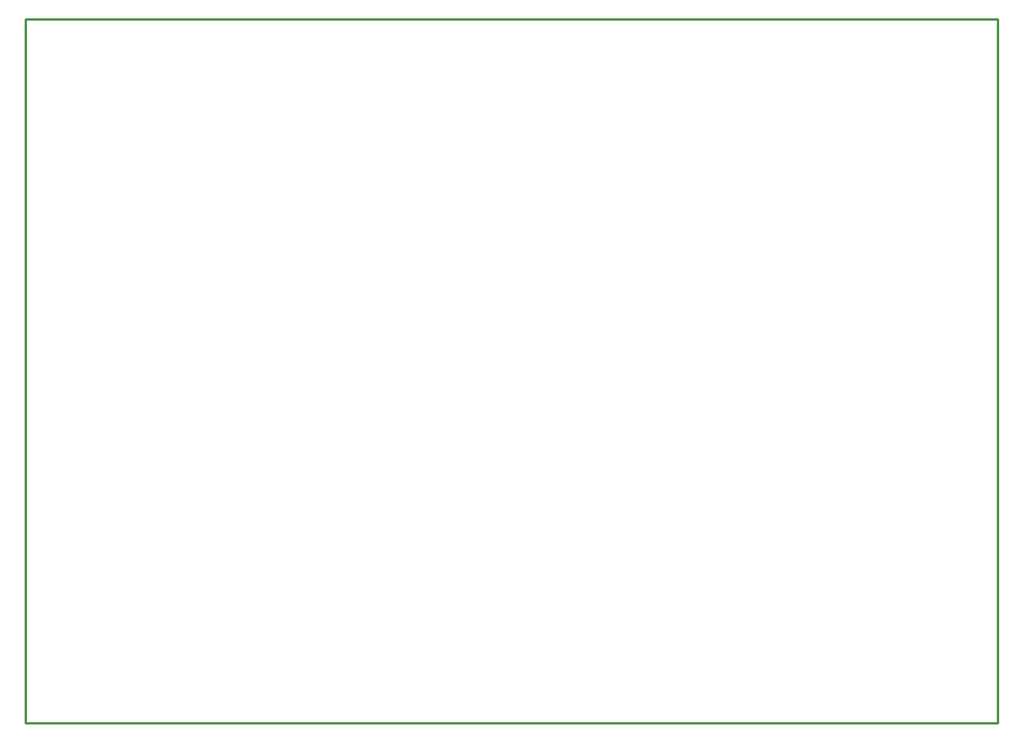
<source format=gko>
G04*
G04 #@! TF.GenerationSoftware,Altium Limited,Altium Designer,22.1.2 (22)*
G04*
G04 Layer_Color=16711935*
%FSLAX25Y25*%
%MOIN*%
G70*
G04*
G04 #@! TF.SameCoordinates,6E4BE205-DB55-4FC9-A6FE-95CB4377C6E5*
G04*
G04*
G04 #@! TF.FilePolarity,Positive*
G04*
G01*
G75*
%ADD14C,0.01000*%
D14*
X1000Y1000D02*
Y296500D01*
Y1000D02*
X409000D01*
Y296500D01*
X1000D02*
X409000D01*
M02*

</source>
